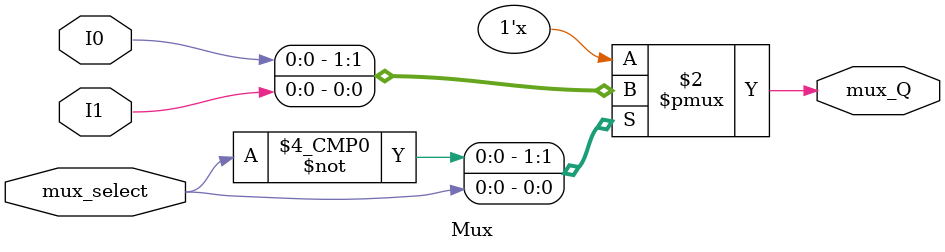
<source format=v>
`timescale 1ns / 1ps

module Ring_counter(Y,I,select,clk,reset);
	output[3:0] Y;
	input clk,reset;
	input[3:0] I;
	input select;
					
	Stage S0(Y[0],Y[3],I[0],select,clk,reset);
	Stage S1(Y[1],Y[0],I[1],select,clk,reset);
	Stage S2(Y[2],Y[1],I[2],select,clk,reset);
	Stage S3(Y[3],Y[2],I[3],select,clk,reset);

endmodule

module Stage(Q,I1,I0,select,clk,reset);
	output Q;
	input I0,I1;
	input select;
	input clk,reset;
	wire stage_Q;
	
	Mux M1(stage_Q,I1,I0,select);
	D_flip_flop D(Q,stage_Q,clk,reset);
	
endmodule

module D_flip_flop(D_Q,D,clk,reset);
	output D_Q;
	input D,clk,reset;
	reg D_Q;
	
	always @(posedge clk,negedge reset)
		begin 
		if(~reset)
			D_Q<=0;
		else
			D_Q<=D;
		end
endmodule

module Mux(mux_Q,I1,I0,mux_select);
	output reg mux_Q;
	input I0,I1;
	input mux_select;
	always @ (mux_select,I0,I1)
		case(mux_select)
			1'b0:mux_Q=I0;
			1'b1:mux_Q=I1;
		endcase
	
endmodule 
</source>
